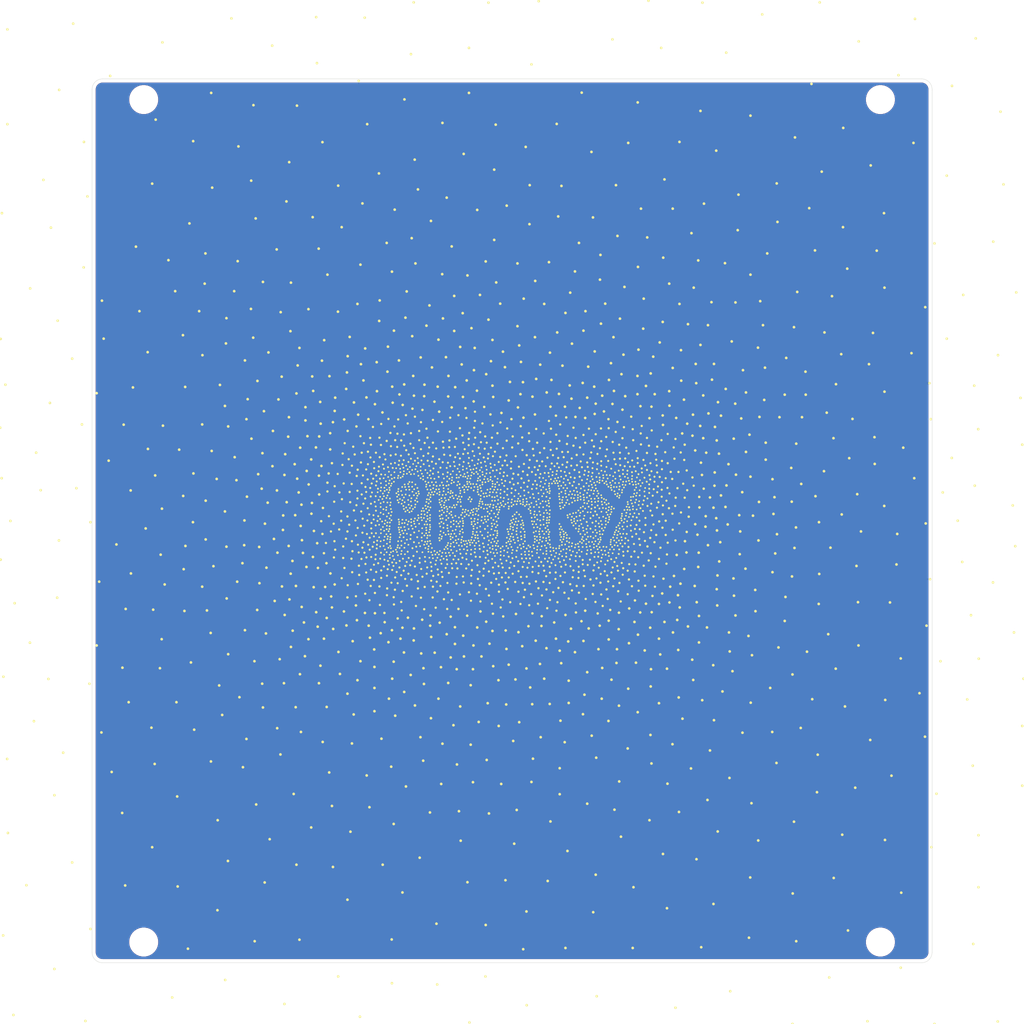
<source format=kicad_pcb>
(kicad_pcb (version 20171130) (host pcbnew "(5.1.6)-1")
  (layers (0 F.Cu signal) (31 B.Cu signal) (34 B.Paste user) (35 F.Paste user) (36 B.SilkS user) (37 F.SilkS user) (38 B.Mask user) (39 F.Mask user) (44 Edge.Cuts user))
  (net 0 "")
  (module plinky:logo_for_dots (layer F.Cu) (at 76.2 78.74)
    (fp_text reference G*** hide)
    (fp_text value LOGO hide)
  )
  (module plinky:dots (layer F.Cu) (at 76.2 78.74)
    (fp_text reference G*** hide)
    (fp_text value LOGO hide)
  )
  (module MountingHole:MountingHole_3.2mm_M3 (layer F.Cu) (at 129.66 18.875)
    (fp_text reference M2 hide)
    (fp_text value MountingHole_3.2mm_M3)
    (pad 1 np_thru_hole circle (at 0 0) (size 3.2 3.2) (drill 3.2) (layers *.Cu *.Mask))
  )
  (module MountingHole:MountingHole_3.2mm_M3 (layer F.Cu) (at 129.66 141.145)
    (fp_text reference M3 hide)
    (fp_text value MountingHole_3.2mm_M3)
    (pad 1 np_thru_hole circle (at 0 0) (size 3.2 3.2) (drill 3.2) (layers *.Cu *.Mask))
  )
  (module MountingHole:MountingHole_3.2mm_M3 (layer F.Cu) (at 22.74 141.145)
    (fp_text reference M4 hide)
    (fp_text value MountingHole_3.2mm_M3)
    (pad 1 np_thru_hole circle (at 0 0) (size 3.2 3.2) (drill 3.2) (layers *.Cu *.Mask))
  )
  (module MountingHole:MountingHole_3.2mm_M3 (layer F.Cu) (at 22.74 18.875)
    (fp_text reference M1 hide)
    (fp_text value MountingHole_3.2mm_M3)
    (pad 1 np_thru_hole circle (at 0 0) (size 3.2 3.2) (drill 3.2) (layers *.Cu *.Mask))
  )
  (gr_line (start 137.16 17.399) (end 137.16 17.526) (layer Edge.Cuts) (width 0.05))
  (gr_arc (start 16.764 17.399) (end 16.764 15.875) (angle -90) (layer Edge.Cuts) (width 0.05))
  (gr_arc (start 16.764 142.621) (end 15.24 142.621) (angle -90) (layer Edge.Cuts) (width 0.05))
  (gr_arc (start 135.636 142.621) (end 135.636 144.145) (angle -90) (layer Edge.Cuts) (width 0.05))
  (gr_arc (start 135.636 17.399) (end 137.16 17.399) (angle -90) (layer Edge.Cuts) (width 0.05))
  (gr_line (start 135.636 144.145) (end 16.764 144.145) (layer Edge.Cuts) (width 0.05))
  (gr_line (start 137.16 17.526) (end 137.16 142.621) (layer Edge.Cuts) (width 0.05))
  (gr_line (start 16.764 15.875) (end 135.636 15.875) (layer Edge.Cuts) (width 0.05))
  (gr_line (start 15.24 17.399) (end 15.24 142.621) (layer Edge.Cuts) (width 0.05))
  (zone (net 0) (net_name "") (layer F.Cu) (connect_pads (clearance 0.508)) (min_thickness 0.254) (fill yes (arc_segments 32) (thermal_gap 0.508) (thermal_bridge_width 0.508))
    (polygon (pts (xy 137.16 144.78) (xy 15.24 144.78) (xy 15.24 15.24) (xy 137.16 15.24)))
  )
  (zone (net 0) (net_name "") (layer B.Cu) (connect_pads (clearance 0.508)) (min_thickness 0.254) (fill yes (arc_segments 32) (thermal_gap 0.508) (thermal_bridge_width 0.508))
    (polygon (pts (xy 137.16 144.78) (xy 15.24 144.78) (xy 15.24 15.24) (xy 137.16 15.24)))
  )
)
</source>
